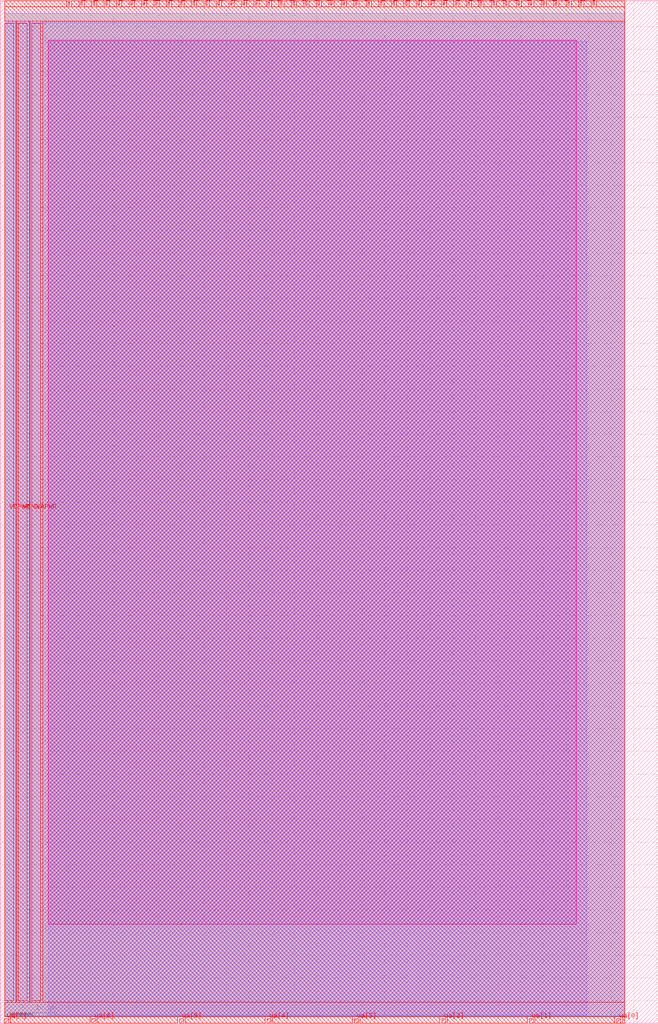
<source format=lef>
VERSION 5.7 ;
  NOWIREEXTENSIONATPIN ON ;
  DIVIDERCHAR "/" ;
  BUSBITCHARS "[]" ;
MACRO tt_um_tt10-io-buffer
  CLASS BLOCK ;
  FOREIGN tt_um_tt10-io-buffer ;
  ORIGIN 0.000 0.000 ;
  SIZE 145.360 BY 225.760 ;
  PIN clk
    DIRECTION INPUT ;
    USE SIGNAL ;
    ANTENNAGATEAREA 6.735000 ;
    PORT
      LAYER met4 ;
        RECT 128.190 224.760 128.490 225.760 ;
    END
  END clk
  PIN ena
    DIRECTION INPUT ;
    USE SIGNAL ;
    ANTENNAGATEAREA 1.575000 ;
    PORT
      LAYER met4 ;
        RECT 130.950 224.760 131.250 225.760 ;
    END
  END ena
  PIN rst_n
    DIRECTION INPUT ;
    USE SIGNAL ;
    PORT
      LAYER met4 ;
        RECT 125.430 224.760 125.730 225.760 ;
    END
  END rst_n
  PIN ua[0]
    DIRECTION INOUT ;
    USE SIGNAL ;
    PORT
      LAYER met4 ;
        RECT 136.170 0.000 137.070 1.000 ;
    END
  END ua[0]
  PIN ua[1]
    DIRECTION INOUT ;
    USE SIGNAL ;
    PORT
      LAYER met4 ;
        RECT 116.850 0.000 117.750 1.000 ;
    END
  END ua[1]
  PIN ua[2]
    DIRECTION INOUT ;
    USE SIGNAL ;
    PORT
      LAYER met4 ;
        RECT 97.530 0.000 98.430 1.000 ;
    END
  END ua[2]
  PIN ua[3]
    DIRECTION INOUT ;
    USE SIGNAL ;
    PORT
      LAYER met4 ;
        RECT 78.210 0.000 79.110 1.000 ;
    END
  END ua[3]
  PIN ua[4]
    DIRECTION INOUT ;
    USE SIGNAL ;
    PORT
      LAYER met4 ;
        RECT 58.890 0.000 59.790 1.000 ;
    END
  END ua[4]
  PIN ua[5]
    DIRECTION INOUT ;
    USE SIGNAL ;
    PORT
      LAYER met4 ;
        RECT 39.570 0.000 40.470 1.000 ;
    END
  END ua[5]
  PIN ua[6]
    DIRECTION INOUT ;
    USE SIGNAL ;
    PORT
      LAYER met4 ;
        RECT 20.250 0.000 21.150 1.000 ;
    END
  END ua[6]
  PIN ua[7]
    DIRECTION INOUT ;
    USE SIGNAL ;
    PORT
      LAYER met4 ;
        RECT 0.930 0.000 1.830 1.000 ;
    END
  END ua[7]
  PIN ui_in[0]
    DIRECTION INPUT ;
    USE SIGNAL ;
    ANTENNAGATEAREA 16.199999 ;
    PORT
      LAYER met4 ;
        RECT 122.670 224.760 122.970 225.760 ;
    END
  END ui_in[0]
  PIN ui_in[1]
    DIRECTION INPUT ;
    USE SIGNAL ;
    PORT
      LAYER met4 ;
        RECT 119.910 224.760 120.210 225.760 ;
    END
  END ui_in[1]
  PIN ui_in[2]
    DIRECTION INPUT ;
    USE SIGNAL ;
    PORT
      LAYER met4 ;
        RECT 117.150 224.760 117.450 225.760 ;
    END
  END ui_in[2]
  PIN ui_in[3]
    DIRECTION INPUT ;
    USE SIGNAL ;
    PORT
      LAYER met4 ;
        RECT 114.390 224.760 114.690 225.760 ;
    END
  END ui_in[3]
  PIN ui_in[4]
    DIRECTION INPUT ;
    USE SIGNAL ;
    PORT
      LAYER met4 ;
        RECT 111.630 224.760 111.930 225.760 ;
    END
  END ui_in[4]
  PIN ui_in[5]
    DIRECTION INPUT ;
    USE SIGNAL ;
    PORT
      LAYER met4 ;
        RECT 108.870 224.760 109.170 225.760 ;
    END
  END ui_in[5]
  PIN ui_in[6]
    DIRECTION INPUT ;
    USE SIGNAL ;
    PORT
      LAYER met4 ;
        RECT 106.110 224.760 106.410 225.760 ;
    END
  END ui_in[6]
  PIN ui_in[7]
    DIRECTION INPUT ;
    USE SIGNAL ;
    PORT
      LAYER met4 ;
        RECT 103.350 224.760 103.650 225.760 ;
    END
  END ui_in[7]
  PIN uio_in[0]
    DIRECTION INPUT ;
    USE SIGNAL ;
    PORT
      LAYER met4 ;
        RECT 100.590 224.760 100.890 225.760 ;
    END
  END uio_in[0]
  PIN uio_in[1]
    DIRECTION INPUT ;
    USE SIGNAL ;
    PORT
      LAYER met4 ;
        RECT 97.830 224.760 98.130 225.760 ;
    END
  END uio_in[1]
  PIN uio_in[2]
    DIRECTION INPUT ;
    USE SIGNAL ;
    PORT
      LAYER met4 ;
        RECT 95.070 224.760 95.370 225.760 ;
    END
  END uio_in[2]
  PIN uio_in[3]
    DIRECTION INPUT ;
    USE SIGNAL ;
    PORT
      LAYER met4 ;
        RECT 92.310 224.760 92.610 225.760 ;
    END
  END uio_in[3]
  PIN uio_in[4]
    DIRECTION INPUT ;
    USE SIGNAL ;
    PORT
      LAYER met4 ;
        RECT 89.550 224.760 89.850 225.760 ;
    END
  END uio_in[4]
  PIN uio_in[5]
    DIRECTION INPUT ;
    USE SIGNAL ;
    PORT
      LAYER met4 ;
        RECT 86.790 224.760 87.090 225.760 ;
    END
  END uio_in[5]
  PIN uio_in[6]
    DIRECTION INPUT ;
    USE SIGNAL ;
    PORT
      LAYER met4 ;
        RECT 84.030 224.760 84.330 225.760 ;
    END
  END uio_in[6]
  PIN uio_in[7]
    DIRECTION INPUT ;
    USE SIGNAL ;
    PORT
      LAYER met4 ;
        RECT 81.270 224.760 81.570 225.760 ;
    END
  END uio_in[7]
  PIN uio_oe[0]
    DIRECTION OUTPUT ;
    USE SIGNAL ;
    ANTENNAGATEAREA 0.150000 ;
    ANTENNADIFFAREA 54.349998 ;
    PORT
      LAYER met4 ;
        RECT 34.350 224.760 34.650 225.760 ;
    END
  END uio_oe[0]
  PIN uio_oe[1]
    DIRECTION OUTPUT ;
    USE SIGNAL ;
    PORT
      LAYER met4 ;
        RECT 31.590 224.760 31.890 225.760 ;
    END
  END uio_oe[1]
  PIN uio_oe[2]
    DIRECTION OUTPUT ;
    USE SIGNAL ;
    PORT
      LAYER met4 ;
        RECT 28.830 224.760 29.130 225.760 ;
    END
  END uio_oe[2]
  PIN uio_oe[3]
    DIRECTION OUTPUT ;
    USE SIGNAL ;
    PORT
      LAYER met4 ;
        RECT 26.070 224.760 26.370 225.760 ;
    END
  END uio_oe[3]
  PIN uio_oe[4]
    DIRECTION OUTPUT ;
    USE SIGNAL ;
    PORT
      LAYER met4 ;
        RECT 23.310 224.760 23.610 225.760 ;
    END
  END uio_oe[4]
  PIN uio_oe[5]
    DIRECTION OUTPUT ;
    USE SIGNAL ;
    PORT
      LAYER met4 ;
        RECT 20.550 224.760 20.850 225.760 ;
    END
  END uio_oe[5]
  PIN uio_oe[6]
    DIRECTION OUTPUT ;
    USE SIGNAL ;
    PORT
      LAYER met4 ;
        RECT 17.790 224.760 18.090 225.760 ;
    END
  END uio_oe[6]
  PIN uio_oe[7]
    DIRECTION OUTPUT ;
    USE SIGNAL ;
    PORT
      LAYER met4 ;
        RECT 15.030 224.760 15.330 225.760 ;
    END
  END uio_oe[7]
  PIN uio_out[0]
    DIRECTION OUTPUT ;
    USE SIGNAL ;
    PORT
      LAYER met4 ;
        RECT 56.430 224.760 56.730 225.760 ;
    END
  END uio_out[0]
  PIN uio_out[1]
    DIRECTION OUTPUT ;
    USE SIGNAL ;
    PORT
      LAYER met4 ;
        RECT 53.670 224.760 53.970 225.760 ;
    END
  END uio_out[1]
  PIN uio_out[2]
    DIRECTION OUTPUT ;
    USE SIGNAL ;
    PORT
      LAYER met4 ;
        RECT 50.910 224.760 51.210 225.760 ;
    END
  END uio_out[2]
  PIN uio_out[3]
    DIRECTION OUTPUT ;
    USE SIGNAL ;
    PORT
      LAYER met4 ;
        RECT 48.150 224.760 48.450 225.760 ;
    END
  END uio_out[3]
  PIN uio_out[4]
    DIRECTION OUTPUT ;
    USE SIGNAL ;
    PORT
      LAYER met4 ;
        RECT 45.390 224.760 45.690 225.760 ;
    END
  END uio_out[4]
  PIN uio_out[5]
    DIRECTION OUTPUT ;
    USE SIGNAL ;
    PORT
      LAYER met4 ;
        RECT 42.630 224.760 42.930 225.760 ;
    END
  END uio_out[5]
  PIN uio_out[6]
    DIRECTION OUTPUT ;
    USE SIGNAL ;
    PORT
      LAYER met4 ;
        RECT 39.870 224.760 40.170 225.760 ;
    END
  END uio_out[6]
  PIN uio_out[7]
    DIRECTION OUTPUT ;
    USE SIGNAL ;
    PORT
      LAYER met4 ;
        RECT 37.110 224.760 37.410 225.760 ;
    END
  END uio_out[7]
  PIN uo_out[0]
    DIRECTION OUTPUT ;
    USE SIGNAL ;
    ANTENNADIFFAREA 1.575000 ;
    PORT
      LAYER met4 ;
        RECT 78.510 224.760 78.810 225.760 ;
    END
  END uo_out[0]
  PIN uo_out[1]
    DIRECTION OUTPUT ;
    USE SIGNAL ;
    PORT
      LAYER met4 ;
        RECT 75.750 224.760 76.050 225.760 ;
    END
  END uo_out[1]
  PIN uo_out[2]
    DIRECTION OUTPUT ;
    USE SIGNAL ;
    PORT
      LAYER met4 ;
        RECT 72.990 224.760 73.290 225.760 ;
    END
  END uo_out[2]
  PIN uo_out[3]
    DIRECTION OUTPUT ;
    USE SIGNAL ;
    PORT
      LAYER met4 ;
        RECT 70.230 224.760 70.530 225.760 ;
    END
  END uo_out[3]
  PIN uo_out[4]
    DIRECTION OUTPUT ;
    USE SIGNAL ;
    PORT
      LAYER met4 ;
        RECT 67.470 224.760 67.770 225.760 ;
    END
  END uo_out[4]
  PIN uo_out[5]
    DIRECTION OUTPUT ;
    USE SIGNAL ;
    PORT
      LAYER met4 ;
        RECT 64.710 224.760 65.010 225.760 ;
    END
  END uo_out[5]
  PIN uo_out[6]
    DIRECTION OUTPUT ;
    USE SIGNAL ;
    PORT
      LAYER met4 ;
        RECT 61.950 224.760 62.250 225.760 ;
    END
  END uo_out[6]
  PIN uo_out[7]
    DIRECTION OUTPUT ;
    USE SIGNAL ;
    PORT
      LAYER met4 ;
        RECT 59.190 224.760 59.490 225.760 ;
    END
  END uo_out[7]
  PIN VDPWR
    DIRECTION INOUT ;
    USE POWER ;
    PORT
      LAYER met4 ;
        RECT 1.000 5.000 3.000 220.760 ;
    END
  END VDPWR
  PIN VGND
    DIRECTION INOUT ;
    USE GROUND ;
    PORT
      LAYER met4 ;
        RECT 4.000 5.000 6.000 220.760 ;
    END
  END VGND
  PIN VAPWR
    DIRECTION INOUT ;
    USE POWER ;
    PORT
      LAYER met4 ;
        RECT 7.000 5.000 8.950 220.760 ;
    END
  END VAPWR
  OBS
      LAYER nwell ;
        RECT 10.650 21.850 127.250 217.000 ;
      LAYER li1 ;
        RECT 10.650 1.750 129.550 216.800 ;
      LAYER met1 ;
        RECT 1.000 1.650 138.000 220.800 ;
      LAYER met2 ;
        RECT 1.000 1.650 138.000 222.900 ;
      LAYER met3 ;
        RECT 1.000 1.550 138.000 222.900 ;
      LAYER met4 ;
        RECT 34.150 225.760 34.750 225.850 ;
        RECT 78.450 225.760 78.850 225.800 ;
        RECT 122.600 225.760 123.000 225.800 ;
        RECT 128.100 225.760 128.550 225.800 ;
        RECT 130.850 225.760 131.300 225.800 ;
        RECT 1.000 224.360 14.630 225.760 ;
        RECT 15.730 224.360 17.390 225.760 ;
        RECT 18.490 224.360 20.150 225.760 ;
        RECT 21.250 224.360 22.910 225.760 ;
        RECT 24.010 224.360 25.670 225.760 ;
        RECT 26.770 224.360 28.430 225.760 ;
        RECT 29.530 224.360 31.190 225.760 ;
        RECT 32.290 224.360 33.950 225.760 ;
        RECT 35.050 224.360 36.710 225.760 ;
        RECT 37.810 224.360 39.470 225.760 ;
        RECT 40.570 224.360 42.230 225.760 ;
        RECT 43.330 224.360 44.990 225.760 ;
        RECT 46.090 224.360 47.750 225.760 ;
        RECT 48.850 224.360 50.510 225.760 ;
        RECT 51.610 224.360 53.270 225.760 ;
        RECT 54.370 224.360 56.030 225.760 ;
        RECT 57.130 224.360 58.790 225.760 ;
        RECT 59.890 224.360 61.550 225.760 ;
        RECT 62.650 224.360 64.310 225.760 ;
        RECT 65.410 224.360 67.070 225.760 ;
        RECT 68.170 224.360 69.830 225.760 ;
        RECT 70.930 224.360 72.590 225.760 ;
        RECT 73.690 224.360 75.350 225.760 ;
        RECT 76.450 224.360 78.110 225.760 ;
        RECT 79.210 224.360 80.870 225.760 ;
        RECT 81.970 224.360 83.630 225.760 ;
        RECT 84.730 224.360 86.390 225.760 ;
        RECT 87.490 224.360 89.150 225.760 ;
        RECT 90.250 224.360 91.910 225.760 ;
        RECT 93.010 224.360 94.670 225.760 ;
        RECT 95.770 224.360 97.430 225.760 ;
        RECT 98.530 224.360 100.190 225.760 ;
        RECT 101.290 224.360 102.950 225.760 ;
        RECT 104.050 224.360 105.710 225.760 ;
        RECT 106.810 224.360 108.470 225.760 ;
        RECT 109.570 224.360 111.230 225.760 ;
        RECT 112.330 224.360 113.990 225.760 ;
        RECT 115.090 224.360 116.750 225.760 ;
        RECT 117.850 224.360 119.510 225.760 ;
        RECT 120.610 224.360 122.270 225.760 ;
        RECT 123.370 224.360 125.030 225.760 ;
        RECT 126.130 224.360 127.790 225.760 ;
        RECT 128.890 224.360 130.550 225.760 ;
        RECT 131.650 224.360 138.000 225.760 ;
        RECT 1.000 221.160 138.000 224.360 ;
        RECT 3.400 4.600 3.600 221.160 ;
        RECT 6.400 4.600 6.600 221.160 ;
        RECT 9.350 4.600 138.000 221.160 ;
        RECT 1.000 1.400 138.000 4.600 ;
        RECT 2.230 0.000 19.850 1.400 ;
        RECT 21.550 0.000 39.170 1.400 ;
        RECT 40.870 0.000 58.490 1.400 ;
        RECT 60.190 0.000 77.810 1.400 ;
        RECT 79.510 0.000 97.130 1.400 ;
        RECT 98.830 0.000 116.450 1.400 ;
        RECT 118.150 0.000 135.770 1.400 ;
        RECT 137.470 0.000 138.000 1.400 ;
        RECT 136.000 -0.050 138.000 0.000 ;
  END
END tt_um_tt10-io-buffer
END LIBRARY


</source>
